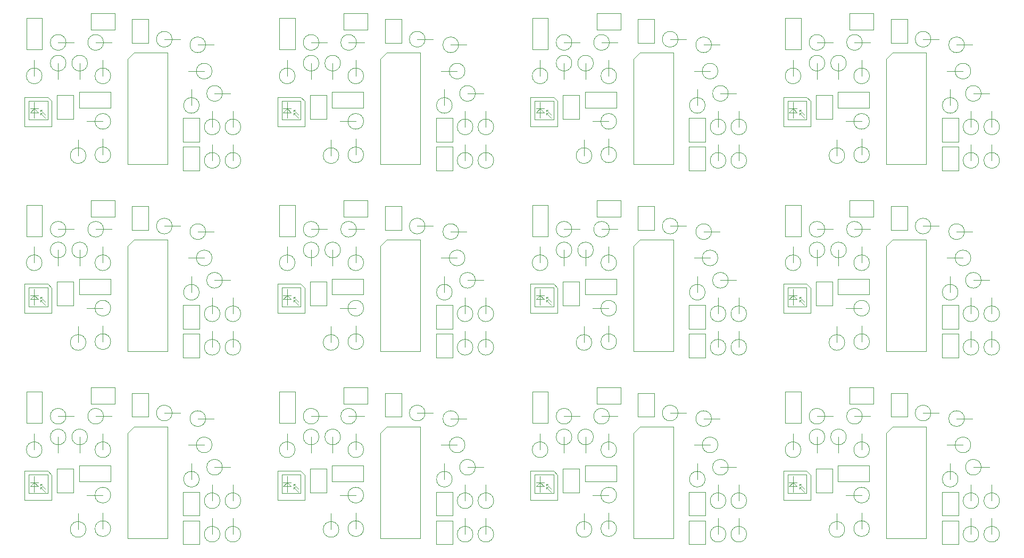
<source format=gbr>
G04 #@! TF.FileFunction,Other,Fab,Top*
%FSLAX46Y46*%
G04 Gerber Fmt 4.6, Leading zero omitted, Abs format (unit mm)*
G04 Created by KiCad (PCBNEW 4.0.6-e0-6349~53~ubuntu16.04.1) date Sat Mar 11 21:42:00 2017*
%MOMM*%
%LPD*%
G01*
G04 APERTURE LIST*
%ADD10C,0.100000*%
G04 APERTURE END LIST*
D10*
X142899920Y-87729300D02*
X140299920Y-87729300D01*
X140299920Y-87729300D02*
X140299920Y-91529300D01*
X140299920Y-91529300D02*
X142899920Y-91529300D01*
X142899920Y-91529300D02*
X142899920Y-87729300D01*
X135396920Y-80485300D02*
X137896920Y-80485300D01*
X137896920Y-80485300D02*
X137896920Y-75485300D01*
X137896920Y-75485300D02*
X135396920Y-75485300D01*
X135396920Y-75485300D02*
X135396920Y-80485300D01*
X143778920Y-87256300D02*
X143778920Y-89756300D01*
X143778920Y-89756300D02*
X148778920Y-89756300D01*
X148778920Y-89756300D02*
X148778920Y-87256300D01*
X148778920Y-87256300D02*
X143778920Y-87256300D01*
X164947920Y-83934300D02*
G75*
G03X164947920Y-83934300I-1250000J0D01*
G01*
X163697920Y-83934300D02*
X161157920Y-83934300D01*
X163931920Y-79743300D02*
G75*
G03X163931920Y-79743300I-1250000J0D01*
G01*
X162681920Y-79743300D02*
X165221920Y-79743300D01*
X158597920Y-78854300D02*
G75*
G03X158597920Y-78854300I-1250000J0D01*
G01*
X157347920Y-78854300D02*
X159887920Y-78854300D01*
X166598920Y-87490300D02*
G75*
G03X166598920Y-87490300I-1250000J0D01*
G01*
X165348920Y-87490300D02*
X167888920Y-87490300D01*
X166217920Y-98158300D02*
G75*
G03X166217920Y-98158300I-1250000J0D01*
G01*
X164967920Y-98158300D02*
X164967920Y-95618300D01*
X169519920Y-92824300D02*
G75*
G03X169519920Y-92824300I-1250000J0D01*
G01*
X168269920Y-92824300D02*
X168269920Y-90284300D01*
X162915920Y-89395300D02*
G75*
G03X162915920Y-89395300I-1250000J0D01*
G01*
X161665920Y-89395300D02*
X161665920Y-86855300D01*
X166217920Y-92824300D02*
G75*
G03X166217920Y-92824300I-1250000J0D01*
G01*
X164967920Y-92824300D02*
X164967920Y-90284300D01*
X169519920Y-98158300D02*
G75*
G03X169519920Y-98158300I-1250000J0D01*
G01*
X168269920Y-98158300D02*
X168269920Y-95618300D01*
X148818920Y-97269300D02*
G75*
G03X148818920Y-97269300I-1250000J0D01*
G01*
X147568920Y-97269300D02*
X147568920Y-94729300D01*
X144881920Y-97396300D02*
G75*
G03X144881920Y-97396300I-1250000J0D01*
G01*
X143631920Y-97396300D02*
X143631920Y-94856300D01*
X148818920Y-91935300D02*
G75*
G03X148818920Y-91935300I-1250000J0D01*
G01*
X147568920Y-91935300D02*
X145028920Y-91935300D01*
X148818920Y-84696300D02*
G75*
G03X148818920Y-84696300I-1250000J0D01*
G01*
X147568920Y-84696300D02*
X147568920Y-82156300D01*
X145135920Y-82664300D02*
G75*
G03X145135920Y-82664300I-1250000J0D01*
G01*
X143885920Y-82664300D02*
X143885920Y-85204300D01*
X147675920Y-79362300D02*
G75*
G03X147675920Y-79362300I-1250000J0D01*
G01*
X146425920Y-79362300D02*
X148965920Y-79362300D01*
X141706920Y-79362300D02*
G75*
G03X141706920Y-79362300I-1250000J0D01*
G01*
X140456920Y-79362300D02*
X142996920Y-79362300D01*
X137896920Y-84696300D02*
G75*
G03X137896920Y-84696300I-1250000J0D01*
G01*
X136646920Y-84696300D02*
X136646920Y-82156300D01*
X141706920Y-82664300D02*
G75*
G03X141706920Y-82664300I-1250000J0D01*
G01*
X140456920Y-82664300D02*
X140456920Y-85204300D01*
X152505920Y-81013300D02*
X157855920Y-81013300D01*
X157855920Y-81013300D02*
X157855920Y-98793300D01*
X157855920Y-98793300D02*
X151505920Y-98793300D01*
X151505920Y-98793300D02*
X151505920Y-82013300D01*
X151505920Y-82013300D02*
X152505920Y-81013300D01*
X135781920Y-91661300D02*
X138781920Y-91661300D01*
X138781920Y-88661300D02*
X135781920Y-88661300D01*
X139431920Y-92711300D02*
X135131920Y-92711300D01*
X135131920Y-92711300D02*
X135131920Y-88061300D01*
X135131920Y-88061300D02*
X138781920Y-88061300D01*
X138781920Y-88061300D02*
X139431920Y-88711300D01*
X139431920Y-88711300D02*
X139431920Y-92711300D01*
X135781920Y-88661300D02*
X135781920Y-91661300D01*
X138781920Y-91661300D02*
X138781920Y-88661300D01*
X137661920Y-90661300D02*
X137661920Y-90921300D01*
X137661920Y-90661300D02*
X137921920Y-90661300D01*
X137661920Y-90161300D02*
X137661920Y-90411300D01*
X137661920Y-90161300D02*
X137921920Y-90161300D01*
X138421920Y-90921300D02*
X137661920Y-90161300D01*
X138421920Y-91431300D02*
X137661920Y-90661300D01*
X136641920Y-89901300D02*
X137281920Y-90541300D01*
X137281920Y-90541300D02*
X136011920Y-90541300D01*
X136011920Y-90541300D02*
X136641920Y-89901300D01*
X137281920Y-89901300D02*
X136011920Y-89901300D01*
X136641920Y-88891300D02*
X136641920Y-91431300D01*
X162965920Y-91412300D02*
X160365920Y-91412300D01*
X160365920Y-91412300D02*
X160365920Y-95212300D01*
X160365920Y-95212300D02*
X162965920Y-95212300D01*
X162965920Y-95212300D02*
X162965920Y-91412300D01*
X154837920Y-75664300D02*
X152237920Y-75664300D01*
X152237920Y-75664300D02*
X152237920Y-79464300D01*
X152237920Y-79464300D02*
X154837920Y-79464300D01*
X154837920Y-79464300D02*
X154837920Y-75664300D01*
X145648920Y-74760300D02*
X145648920Y-77360300D01*
X145648920Y-77360300D02*
X149448920Y-77360300D01*
X149448920Y-77360300D02*
X149448920Y-74760300D01*
X149448920Y-74760300D02*
X145648920Y-74760300D01*
X162965920Y-95984300D02*
X160365920Y-95984300D01*
X160365920Y-95984300D02*
X160365920Y-99784300D01*
X160365920Y-99784300D02*
X162965920Y-99784300D01*
X162965920Y-99784300D02*
X162965920Y-95984300D01*
X122709460Y-95984300D02*
X120109460Y-95984300D01*
X120109460Y-95984300D02*
X120109460Y-99784300D01*
X120109460Y-99784300D02*
X122709460Y-99784300D01*
X122709460Y-99784300D02*
X122709460Y-95984300D01*
X105392460Y-74760300D02*
X105392460Y-77360300D01*
X105392460Y-77360300D02*
X109192460Y-77360300D01*
X109192460Y-77360300D02*
X109192460Y-74760300D01*
X109192460Y-74760300D02*
X105392460Y-74760300D01*
X114581460Y-75664300D02*
X111981460Y-75664300D01*
X111981460Y-75664300D02*
X111981460Y-79464300D01*
X111981460Y-79464300D02*
X114581460Y-79464300D01*
X114581460Y-79464300D02*
X114581460Y-75664300D01*
X122709460Y-91412300D02*
X120109460Y-91412300D01*
X120109460Y-91412300D02*
X120109460Y-95212300D01*
X120109460Y-95212300D02*
X122709460Y-95212300D01*
X122709460Y-95212300D02*
X122709460Y-91412300D01*
X95525460Y-91661300D02*
X98525460Y-91661300D01*
X98525460Y-88661300D02*
X95525460Y-88661300D01*
X99175460Y-92711300D02*
X94875460Y-92711300D01*
X94875460Y-92711300D02*
X94875460Y-88061300D01*
X94875460Y-88061300D02*
X98525460Y-88061300D01*
X98525460Y-88061300D02*
X99175460Y-88711300D01*
X99175460Y-88711300D02*
X99175460Y-92711300D01*
X95525460Y-88661300D02*
X95525460Y-91661300D01*
X98525460Y-91661300D02*
X98525460Y-88661300D01*
X97405460Y-90661300D02*
X97405460Y-90921300D01*
X97405460Y-90661300D02*
X97665460Y-90661300D01*
X97405460Y-90161300D02*
X97405460Y-90411300D01*
X97405460Y-90161300D02*
X97665460Y-90161300D01*
X98165460Y-90921300D02*
X97405460Y-90161300D01*
X98165460Y-91431300D02*
X97405460Y-90661300D01*
X96385460Y-89901300D02*
X97025460Y-90541300D01*
X97025460Y-90541300D02*
X95755460Y-90541300D01*
X95755460Y-90541300D02*
X96385460Y-89901300D01*
X97025460Y-89901300D02*
X95755460Y-89901300D01*
X96385460Y-88891300D02*
X96385460Y-91431300D01*
X112249460Y-81013300D02*
X117599460Y-81013300D01*
X117599460Y-81013300D02*
X117599460Y-98793300D01*
X117599460Y-98793300D02*
X111249460Y-98793300D01*
X111249460Y-98793300D02*
X111249460Y-82013300D01*
X111249460Y-82013300D02*
X112249460Y-81013300D01*
X101450460Y-82664300D02*
G75*
G03X101450460Y-82664300I-1250000J0D01*
G01*
X100200460Y-82664300D02*
X100200460Y-85204300D01*
X97640460Y-84696300D02*
G75*
G03X97640460Y-84696300I-1250000J0D01*
G01*
X96390460Y-84696300D02*
X96390460Y-82156300D01*
X101450460Y-79362300D02*
G75*
G03X101450460Y-79362300I-1250000J0D01*
G01*
X100200460Y-79362300D02*
X102740460Y-79362300D01*
X107419460Y-79362300D02*
G75*
G03X107419460Y-79362300I-1250000J0D01*
G01*
X106169460Y-79362300D02*
X108709460Y-79362300D01*
X104879460Y-82664300D02*
G75*
G03X104879460Y-82664300I-1250000J0D01*
G01*
X103629460Y-82664300D02*
X103629460Y-85204300D01*
X108562460Y-84696300D02*
G75*
G03X108562460Y-84696300I-1250000J0D01*
G01*
X107312460Y-84696300D02*
X107312460Y-82156300D01*
X108562460Y-91935300D02*
G75*
G03X108562460Y-91935300I-1250000J0D01*
G01*
X107312460Y-91935300D02*
X104772460Y-91935300D01*
X104625460Y-97396300D02*
G75*
G03X104625460Y-97396300I-1250000J0D01*
G01*
X103375460Y-97396300D02*
X103375460Y-94856300D01*
X108562460Y-97269300D02*
G75*
G03X108562460Y-97269300I-1250000J0D01*
G01*
X107312460Y-97269300D02*
X107312460Y-94729300D01*
X129263460Y-98158300D02*
G75*
G03X129263460Y-98158300I-1250000J0D01*
G01*
X128013460Y-98158300D02*
X128013460Y-95618300D01*
X125961460Y-92824300D02*
G75*
G03X125961460Y-92824300I-1250000J0D01*
G01*
X124711460Y-92824300D02*
X124711460Y-90284300D01*
X122659460Y-89395300D02*
G75*
G03X122659460Y-89395300I-1250000J0D01*
G01*
X121409460Y-89395300D02*
X121409460Y-86855300D01*
X129263460Y-92824300D02*
G75*
G03X129263460Y-92824300I-1250000J0D01*
G01*
X128013460Y-92824300D02*
X128013460Y-90284300D01*
X125961460Y-98158300D02*
G75*
G03X125961460Y-98158300I-1250000J0D01*
G01*
X124711460Y-98158300D02*
X124711460Y-95618300D01*
X126342460Y-87490300D02*
G75*
G03X126342460Y-87490300I-1250000J0D01*
G01*
X125092460Y-87490300D02*
X127632460Y-87490300D01*
X118341460Y-78854300D02*
G75*
G03X118341460Y-78854300I-1250000J0D01*
G01*
X117091460Y-78854300D02*
X119631460Y-78854300D01*
X123675460Y-79743300D02*
G75*
G03X123675460Y-79743300I-1250000J0D01*
G01*
X122425460Y-79743300D02*
X124965460Y-79743300D01*
X124691460Y-83934300D02*
G75*
G03X124691460Y-83934300I-1250000J0D01*
G01*
X123441460Y-83934300D02*
X120901460Y-83934300D01*
X103522460Y-87256300D02*
X103522460Y-89756300D01*
X103522460Y-89756300D02*
X108522460Y-89756300D01*
X108522460Y-89756300D02*
X108522460Y-87256300D01*
X108522460Y-87256300D02*
X103522460Y-87256300D01*
X95140460Y-80485300D02*
X97640460Y-80485300D01*
X97640460Y-80485300D02*
X97640460Y-75485300D01*
X97640460Y-75485300D02*
X95140460Y-75485300D01*
X95140460Y-75485300D02*
X95140460Y-80485300D01*
X102643460Y-87729300D02*
X100043460Y-87729300D01*
X100043460Y-87729300D02*
X100043460Y-91529300D01*
X100043460Y-91529300D02*
X102643460Y-91529300D01*
X102643460Y-91529300D02*
X102643460Y-87729300D01*
X62387000Y-87729300D02*
X59787000Y-87729300D01*
X59787000Y-87729300D02*
X59787000Y-91529300D01*
X59787000Y-91529300D02*
X62387000Y-91529300D01*
X62387000Y-91529300D02*
X62387000Y-87729300D01*
X54884000Y-80485300D02*
X57384000Y-80485300D01*
X57384000Y-80485300D02*
X57384000Y-75485300D01*
X57384000Y-75485300D02*
X54884000Y-75485300D01*
X54884000Y-75485300D02*
X54884000Y-80485300D01*
X63266000Y-87256300D02*
X63266000Y-89756300D01*
X63266000Y-89756300D02*
X68266000Y-89756300D01*
X68266000Y-89756300D02*
X68266000Y-87256300D01*
X68266000Y-87256300D02*
X63266000Y-87256300D01*
X84435000Y-83934300D02*
G75*
G03X84435000Y-83934300I-1250000J0D01*
G01*
X83185000Y-83934300D02*
X80645000Y-83934300D01*
X83419000Y-79743300D02*
G75*
G03X83419000Y-79743300I-1250000J0D01*
G01*
X82169000Y-79743300D02*
X84709000Y-79743300D01*
X78085000Y-78854300D02*
G75*
G03X78085000Y-78854300I-1250000J0D01*
G01*
X76835000Y-78854300D02*
X79375000Y-78854300D01*
X86086000Y-87490300D02*
G75*
G03X86086000Y-87490300I-1250000J0D01*
G01*
X84836000Y-87490300D02*
X87376000Y-87490300D01*
X85705000Y-98158300D02*
G75*
G03X85705000Y-98158300I-1250000J0D01*
G01*
X84455000Y-98158300D02*
X84455000Y-95618300D01*
X89007000Y-92824300D02*
G75*
G03X89007000Y-92824300I-1250000J0D01*
G01*
X87757000Y-92824300D02*
X87757000Y-90284300D01*
X82403000Y-89395300D02*
G75*
G03X82403000Y-89395300I-1250000J0D01*
G01*
X81153000Y-89395300D02*
X81153000Y-86855300D01*
X85705000Y-92824300D02*
G75*
G03X85705000Y-92824300I-1250000J0D01*
G01*
X84455000Y-92824300D02*
X84455000Y-90284300D01*
X89007000Y-98158300D02*
G75*
G03X89007000Y-98158300I-1250000J0D01*
G01*
X87757000Y-98158300D02*
X87757000Y-95618300D01*
X68306000Y-97269300D02*
G75*
G03X68306000Y-97269300I-1250000J0D01*
G01*
X67056000Y-97269300D02*
X67056000Y-94729300D01*
X64369000Y-97396300D02*
G75*
G03X64369000Y-97396300I-1250000J0D01*
G01*
X63119000Y-97396300D02*
X63119000Y-94856300D01*
X68306000Y-91935300D02*
G75*
G03X68306000Y-91935300I-1250000J0D01*
G01*
X67056000Y-91935300D02*
X64516000Y-91935300D01*
X68306000Y-84696300D02*
G75*
G03X68306000Y-84696300I-1250000J0D01*
G01*
X67056000Y-84696300D02*
X67056000Y-82156300D01*
X64623000Y-82664300D02*
G75*
G03X64623000Y-82664300I-1250000J0D01*
G01*
X63373000Y-82664300D02*
X63373000Y-85204300D01*
X67163000Y-79362300D02*
G75*
G03X67163000Y-79362300I-1250000J0D01*
G01*
X65913000Y-79362300D02*
X68453000Y-79362300D01*
X61194000Y-79362300D02*
G75*
G03X61194000Y-79362300I-1250000J0D01*
G01*
X59944000Y-79362300D02*
X62484000Y-79362300D01*
X57384000Y-84696300D02*
G75*
G03X57384000Y-84696300I-1250000J0D01*
G01*
X56134000Y-84696300D02*
X56134000Y-82156300D01*
X61194000Y-82664300D02*
G75*
G03X61194000Y-82664300I-1250000J0D01*
G01*
X59944000Y-82664300D02*
X59944000Y-85204300D01*
X71993000Y-81013300D02*
X77343000Y-81013300D01*
X77343000Y-81013300D02*
X77343000Y-98793300D01*
X77343000Y-98793300D02*
X70993000Y-98793300D01*
X70993000Y-98793300D02*
X70993000Y-82013300D01*
X70993000Y-82013300D02*
X71993000Y-81013300D01*
X55269000Y-91661300D02*
X58269000Y-91661300D01*
X58269000Y-88661300D02*
X55269000Y-88661300D01*
X58919000Y-92711300D02*
X54619000Y-92711300D01*
X54619000Y-92711300D02*
X54619000Y-88061300D01*
X54619000Y-88061300D02*
X58269000Y-88061300D01*
X58269000Y-88061300D02*
X58919000Y-88711300D01*
X58919000Y-88711300D02*
X58919000Y-92711300D01*
X55269000Y-88661300D02*
X55269000Y-91661300D01*
X58269000Y-91661300D02*
X58269000Y-88661300D01*
X57149000Y-90661300D02*
X57149000Y-90921300D01*
X57149000Y-90661300D02*
X57409000Y-90661300D01*
X57149000Y-90161300D02*
X57149000Y-90411300D01*
X57149000Y-90161300D02*
X57409000Y-90161300D01*
X57909000Y-90921300D02*
X57149000Y-90161300D01*
X57909000Y-91431300D02*
X57149000Y-90661300D01*
X56129000Y-89901300D02*
X56769000Y-90541300D01*
X56769000Y-90541300D02*
X55499000Y-90541300D01*
X55499000Y-90541300D02*
X56129000Y-89901300D01*
X56769000Y-89901300D02*
X55499000Y-89901300D01*
X56129000Y-88891300D02*
X56129000Y-91431300D01*
X82453000Y-91412300D02*
X79853000Y-91412300D01*
X79853000Y-91412300D02*
X79853000Y-95212300D01*
X79853000Y-95212300D02*
X82453000Y-95212300D01*
X82453000Y-95212300D02*
X82453000Y-91412300D01*
X74325000Y-75664300D02*
X71725000Y-75664300D01*
X71725000Y-75664300D02*
X71725000Y-79464300D01*
X71725000Y-79464300D02*
X74325000Y-79464300D01*
X74325000Y-79464300D02*
X74325000Y-75664300D01*
X65136000Y-74760300D02*
X65136000Y-77360300D01*
X65136000Y-77360300D02*
X68936000Y-77360300D01*
X68936000Y-77360300D02*
X68936000Y-74760300D01*
X68936000Y-74760300D02*
X65136000Y-74760300D01*
X82453000Y-95984300D02*
X79853000Y-95984300D01*
X79853000Y-95984300D02*
X79853000Y-99784300D01*
X79853000Y-99784300D02*
X82453000Y-99784300D01*
X82453000Y-99784300D02*
X82453000Y-95984300D01*
X42194000Y-95984300D02*
X39594000Y-95984300D01*
X39594000Y-95984300D02*
X39594000Y-99784300D01*
X39594000Y-99784300D02*
X42194000Y-99784300D01*
X42194000Y-99784300D02*
X42194000Y-95984300D01*
X24877000Y-74760300D02*
X24877000Y-77360300D01*
X24877000Y-77360300D02*
X28677000Y-77360300D01*
X28677000Y-77360300D02*
X28677000Y-74760300D01*
X28677000Y-74760300D02*
X24877000Y-74760300D01*
X34066000Y-75664300D02*
X31466000Y-75664300D01*
X31466000Y-75664300D02*
X31466000Y-79464300D01*
X31466000Y-79464300D02*
X34066000Y-79464300D01*
X34066000Y-79464300D02*
X34066000Y-75664300D01*
X42194000Y-91412300D02*
X39594000Y-91412300D01*
X39594000Y-91412300D02*
X39594000Y-95212300D01*
X39594000Y-95212300D02*
X42194000Y-95212300D01*
X42194000Y-95212300D02*
X42194000Y-91412300D01*
X15010000Y-91661300D02*
X18010000Y-91661300D01*
X18010000Y-88661300D02*
X15010000Y-88661300D01*
X18660000Y-92711300D02*
X14360000Y-92711300D01*
X14360000Y-92711300D02*
X14360000Y-88061300D01*
X14360000Y-88061300D02*
X18010000Y-88061300D01*
X18010000Y-88061300D02*
X18660000Y-88711300D01*
X18660000Y-88711300D02*
X18660000Y-92711300D01*
X15010000Y-88661300D02*
X15010000Y-91661300D01*
X18010000Y-91661300D02*
X18010000Y-88661300D01*
X16890000Y-90661300D02*
X16890000Y-90921300D01*
X16890000Y-90661300D02*
X17150000Y-90661300D01*
X16890000Y-90161300D02*
X16890000Y-90411300D01*
X16890000Y-90161300D02*
X17150000Y-90161300D01*
X17650000Y-90921300D02*
X16890000Y-90161300D01*
X17650000Y-91431300D02*
X16890000Y-90661300D01*
X15870000Y-89901300D02*
X16510000Y-90541300D01*
X16510000Y-90541300D02*
X15240000Y-90541300D01*
X15240000Y-90541300D02*
X15870000Y-89901300D01*
X16510000Y-89901300D02*
X15240000Y-89901300D01*
X15870000Y-88891300D02*
X15870000Y-91431300D01*
X31734000Y-81013300D02*
X37084000Y-81013300D01*
X37084000Y-81013300D02*
X37084000Y-98793300D01*
X37084000Y-98793300D02*
X30734000Y-98793300D01*
X30734000Y-98793300D02*
X30734000Y-82013300D01*
X30734000Y-82013300D02*
X31734000Y-81013300D01*
X20935000Y-82664300D02*
G75*
G03X20935000Y-82664300I-1250000J0D01*
G01*
X19685000Y-82664300D02*
X19685000Y-85204300D01*
X17125000Y-84696300D02*
G75*
G03X17125000Y-84696300I-1250000J0D01*
G01*
X15875000Y-84696300D02*
X15875000Y-82156300D01*
X20935000Y-79362300D02*
G75*
G03X20935000Y-79362300I-1250000J0D01*
G01*
X19685000Y-79362300D02*
X22225000Y-79362300D01*
X26904000Y-79362300D02*
G75*
G03X26904000Y-79362300I-1250000J0D01*
G01*
X25654000Y-79362300D02*
X28194000Y-79362300D01*
X24364000Y-82664300D02*
G75*
G03X24364000Y-82664300I-1250000J0D01*
G01*
X23114000Y-82664300D02*
X23114000Y-85204300D01*
X28047000Y-84696300D02*
G75*
G03X28047000Y-84696300I-1250000J0D01*
G01*
X26797000Y-84696300D02*
X26797000Y-82156300D01*
X28047000Y-91935300D02*
G75*
G03X28047000Y-91935300I-1250000J0D01*
G01*
X26797000Y-91935300D02*
X24257000Y-91935300D01*
X24110000Y-97396300D02*
G75*
G03X24110000Y-97396300I-1250000J0D01*
G01*
X22860000Y-97396300D02*
X22860000Y-94856300D01*
X28047000Y-97269300D02*
G75*
G03X28047000Y-97269300I-1250000J0D01*
G01*
X26797000Y-97269300D02*
X26797000Y-94729300D01*
X48748000Y-98158300D02*
G75*
G03X48748000Y-98158300I-1250000J0D01*
G01*
X47498000Y-98158300D02*
X47498000Y-95618300D01*
X45446000Y-92824300D02*
G75*
G03X45446000Y-92824300I-1250000J0D01*
G01*
X44196000Y-92824300D02*
X44196000Y-90284300D01*
X42144000Y-89395300D02*
G75*
G03X42144000Y-89395300I-1250000J0D01*
G01*
X40894000Y-89395300D02*
X40894000Y-86855300D01*
X48748000Y-92824300D02*
G75*
G03X48748000Y-92824300I-1250000J0D01*
G01*
X47498000Y-92824300D02*
X47498000Y-90284300D01*
X45446000Y-98158300D02*
G75*
G03X45446000Y-98158300I-1250000J0D01*
G01*
X44196000Y-98158300D02*
X44196000Y-95618300D01*
X45827000Y-87490300D02*
G75*
G03X45827000Y-87490300I-1250000J0D01*
G01*
X44577000Y-87490300D02*
X47117000Y-87490300D01*
X37826000Y-78854300D02*
G75*
G03X37826000Y-78854300I-1250000J0D01*
G01*
X36576000Y-78854300D02*
X39116000Y-78854300D01*
X43160000Y-79743300D02*
G75*
G03X43160000Y-79743300I-1250000J0D01*
G01*
X41910000Y-79743300D02*
X44450000Y-79743300D01*
X44176000Y-83934300D02*
G75*
G03X44176000Y-83934300I-1250000J0D01*
G01*
X42926000Y-83934300D02*
X40386000Y-83934300D01*
X23007000Y-87256300D02*
X23007000Y-89756300D01*
X23007000Y-89756300D02*
X28007000Y-89756300D01*
X28007000Y-89756300D02*
X28007000Y-87256300D01*
X28007000Y-87256300D02*
X23007000Y-87256300D01*
X14625000Y-80485300D02*
X17125000Y-80485300D01*
X17125000Y-80485300D02*
X17125000Y-75485300D01*
X17125000Y-75485300D02*
X14625000Y-75485300D01*
X14625000Y-75485300D02*
X14625000Y-80485300D01*
X22128000Y-87729300D02*
X19528000Y-87729300D01*
X19528000Y-87729300D02*
X19528000Y-91529300D01*
X19528000Y-91529300D02*
X22128000Y-91529300D01*
X22128000Y-91529300D02*
X22128000Y-87729300D01*
X22128000Y-57942720D02*
X19528000Y-57942720D01*
X19528000Y-57942720D02*
X19528000Y-61742720D01*
X19528000Y-61742720D02*
X22128000Y-61742720D01*
X22128000Y-61742720D02*
X22128000Y-57942720D01*
X14625000Y-50698720D02*
X17125000Y-50698720D01*
X17125000Y-50698720D02*
X17125000Y-45698720D01*
X17125000Y-45698720D02*
X14625000Y-45698720D01*
X14625000Y-45698720D02*
X14625000Y-50698720D01*
X23007000Y-57469720D02*
X23007000Y-59969720D01*
X23007000Y-59969720D02*
X28007000Y-59969720D01*
X28007000Y-59969720D02*
X28007000Y-57469720D01*
X28007000Y-57469720D02*
X23007000Y-57469720D01*
X44176000Y-54147720D02*
G75*
G03X44176000Y-54147720I-1250000J0D01*
G01*
X42926000Y-54147720D02*
X40386000Y-54147720D01*
X43160000Y-49956720D02*
G75*
G03X43160000Y-49956720I-1250000J0D01*
G01*
X41910000Y-49956720D02*
X44450000Y-49956720D01*
X37826000Y-49067720D02*
G75*
G03X37826000Y-49067720I-1250000J0D01*
G01*
X36576000Y-49067720D02*
X39116000Y-49067720D01*
X45827000Y-57703720D02*
G75*
G03X45827000Y-57703720I-1250000J0D01*
G01*
X44577000Y-57703720D02*
X47117000Y-57703720D01*
X45446000Y-68371720D02*
G75*
G03X45446000Y-68371720I-1250000J0D01*
G01*
X44196000Y-68371720D02*
X44196000Y-65831720D01*
X48748000Y-63037720D02*
G75*
G03X48748000Y-63037720I-1250000J0D01*
G01*
X47498000Y-63037720D02*
X47498000Y-60497720D01*
X42144000Y-59608720D02*
G75*
G03X42144000Y-59608720I-1250000J0D01*
G01*
X40894000Y-59608720D02*
X40894000Y-57068720D01*
X45446000Y-63037720D02*
G75*
G03X45446000Y-63037720I-1250000J0D01*
G01*
X44196000Y-63037720D02*
X44196000Y-60497720D01*
X48748000Y-68371720D02*
G75*
G03X48748000Y-68371720I-1250000J0D01*
G01*
X47498000Y-68371720D02*
X47498000Y-65831720D01*
X28047000Y-67482720D02*
G75*
G03X28047000Y-67482720I-1250000J0D01*
G01*
X26797000Y-67482720D02*
X26797000Y-64942720D01*
X24110000Y-67609720D02*
G75*
G03X24110000Y-67609720I-1250000J0D01*
G01*
X22860000Y-67609720D02*
X22860000Y-65069720D01*
X28047000Y-62148720D02*
G75*
G03X28047000Y-62148720I-1250000J0D01*
G01*
X26797000Y-62148720D02*
X24257000Y-62148720D01*
X28047000Y-54909720D02*
G75*
G03X28047000Y-54909720I-1250000J0D01*
G01*
X26797000Y-54909720D02*
X26797000Y-52369720D01*
X24364000Y-52877720D02*
G75*
G03X24364000Y-52877720I-1250000J0D01*
G01*
X23114000Y-52877720D02*
X23114000Y-55417720D01*
X26904000Y-49575720D02*
G75*
G03X26904000Y-49575720I-1250000J0D01*
G01*
X25654000Y-49575720D02*
X28194000Y-49575720D01*
X20935000Y-49575720D02*
G75*
G03X20935000Y-49575720I-1250000J0D01*
G01*
X19685000Y-49575720D02*
X22225000Y-49575720D01*
X17125000Y-54909720D02*
G75*
G03X17125000Y-54909720I-1250000J0D01*
G01*
X15875000Y-54909720D02*
X15875000Y-52369720D01*
X20935000Y-52877720D02*
G75*
G03X20935000Y-52877720I-1250000J0D01*
G01*
X19685000Y-52877720D02*
X19685000Y-55417720D01*
X31734000Y-51226720D02*
X37084000Y-51226720D01*
X37084000Y-51226720D02*
X37084000Y-69006720D01*
X37084000Y-69006720D02*
X30734000Y-69006720D01*
X30734000Y-69006720D02*
X30734000Y-52226720D01*
X30734000Y-52226720D02*
X31734000Y-51226720D01*
X15010000Y-61874720D02*
X18010000Y-61874720D01*
X18010000Y-58874720D02*
X15010000Y-58874720D01*
X18660000Y-62924720D02*
X14360000Y-62924720D01*
X14360000Y-62924720D02*
X14360000Y-58274720D01*
X14360000Y-58274720D02*
X18010000Y-58274720D01*
X18010000Y-58274720D02*
X18660000Y-58924720D01*
X18660000Y-58924720D02*
X18660000Y-62924720D01*
X15010000Y-58874720D02*
X15010000Y-61874720D01*
X18010000Y-61874720D02*
X18010000Y-58874720D01*
X16890000Y-60874720D02*
X16890000Y-61134720D01*
X16890000Y-60874720D02*
X17150000Y-60874720D01*
X16890000Y-60374720D02*
X16890000Y-60624720D01*
X16890000Y-60374720D02*
X17150000Y-60374720D01*
X17650000Y-61134720D02*
X16890000Y-60374720D01*
X17650000Y-61644720D02*
X16890000Y-60874720D01*
X15870000Y-60114720D02*
X16510000Y-60754720D01*
X16510000Y-60754720D02*
X15240000Y-60754720D01*
X15240000Y-60754720D02*
X15870000Y-60114720D01*
X16510000Y-60114720D02*
X15240000Y-60114720D01*
X15870000Y-59104720D02*
X15870000Y-61644720D01*
X42194000Y-61625720D02*
X39594000Y-61625720D01*
X39594000Y-61625720D02*
X39594000Y-65425720D01*
X39594000Y-65425720D02*
X42194000Y-65425720D01*
X42194000Y-65425720D02*
X42194000Y-61625720D01*
X34066000Y-45877720D02*
X31466000Y-45877720D01*
X31466000Y-45877720D02*
X31466000Y-49677720D01*
X31466000Y-49677720D02*
X34066000Y-49677720D01*
X34066000Y-49677720D02*
X34066000Y-45877720D01*
X24877000Y-44973720D02*
X24877000Y-47573720D01*
X24877000Y-47573720D02*
X28677000Y-47573720D01*
X28677000Y-47573720D02*
X28677000Y-44973720D01*
X28677000Y-44973720D02*
X24877000Y-44973720D01*
X42194000Y-66197720D02*
X39594000Y-66197720D01*
X39594000Y-66197720D02*
X39594000Y-69997720D01*
X39594000Y-69997720D02*
X42194000Y-69997720D01*
X42194000Y-69997720D02*
X42194000Y-66197720D01*
X82453000Y-66197720D02*
X79853000Y-66197720D01*
X79853000Y-66197720D02*
X79853000Y-69997720D01*
X79853000Y-69997720D02*
X82453000Y-69997720D01*
X82453000Y-69997720D02*
X82453000Y-66197720D01*
X65136000Y-44973720D02*
X65136000Y-47573720D01*
X65136000Y-47573720D02*
X68936000Y-47573720D01*
X68936000Y-47573720D02*
X68936000Y-44973720D01*
X68936000Y-44973720D02*
X65136000Y-44973720D01*
X74325000Y-45877720D02*
X71725000Y-45877720D01*
X71725000Y-45877720D02*
X71725000Y-49677720D01*
X71725000Y-49677720D02*
X74325000Y-49677720D01*
X74325000Y-49677720D02*
X74325000Y-45877720D01*
X82453000Y-61625720D02*
X79853000Y-61625720D01*
X79853000Y-61625720D02*
X79853000Y-65425720D01*
X79853000Y-65425720D02*
X82453000Y-65425720D01*
X82453000Y-65425720D02*
X82453000Y-61625720D01*
X55269000Y-61874720D02*
X58269000Y-61874720D01*
X58269000Y-58874720D02*
X55269000Y-58874720D01*
X58919000Y-62924720D02*
X54619000Y-62924720D01*
X54619000Y-62924720D02*
X54619000Y-58274720D01*
X54619000Y-58274720D02*
X58269000Y-58274720D01*
X58269000Y-58274720D02*
X58919000Y-58924720D01*
X58919000Y-58924720D02*
X58919000Y-62924720D01*
X55269000Y-58874720D02*
X55269000Y-61874720D01*
X58269000Y-61874720D02*
X58269000Y-58874720D01*
X57149000Y-60874720D02*
X57149000Y-61134720D01*
X57149000Y-60874720D02*
X57409000Y-60874720D01*
X57149000Y-60374720D02*
X57149000Y-60624720D01*
X57149000Y-60374720D02*
X57409000Y-60374720D01*
X57909000Y-61134720D02*
X57149000Y-60374720D01*
X57909000Y-61644720D02*
X57149000Y-60874720D01*
X56129000Y-60114720D02*
X56769000Y-60754720D01*
X56769000Y-60754720D02*
X55499000Y-60754720D01*
X55499000Y-60754720D02*
X56129000Y-60114720D01*
X56769000Y-60114720D02*
X55499000Y-60114720D01*
X56129000Y-59104720D02*
X56129000Y-61644720D01*
X71993000Y-51226720D02*
X77343000Y-51226720D01*
X77343000Y-51226720D02*
X77343000Y-69006720D01*
X77343000Y-69006720D02*
X70993000Y-69006720D01*
X70993000Y-69006720D02*
X70993000Y-52226720D01*
X70993000Y-52226720D02*
X71993000Y-51226720D01*
X61194000Y-52877720D02*
G75*
G03X61194000Y-52877720I-1250000J0D01*
G01*
X59944000Y-52877720D02*
X59944000Y-55417720D01*
X57384000Y-54909720D02*
G75*
G03X57384000Y-54909720I-1250000J0D01*
G01*
X56134000Y-54909720D02*
X56134000Y-52369720D01*
X61194000Y-49575720D02*
G75*
G03X61194000Y-49575720I-1250000J0D01*
G01*
X59944000Y-49575720D02*
X62484000Y-49575720D01*
X67163000Y-49575720D02*
G75*
G03X67163000Y-49575720I-1250000J0D01*
G01*
X65913000Y-49575720D02*
X68453000Y-49575720D01*
X64623000Y-52877720D02*
G75*
G03X64623000Y-52877720I-1250000J0D01*
G01*
X63373000Y-52877720D02*
X63373000Y-55417720D01*
X68306000Y-54909720D02*
G75*
G03X68306000Y-54909720I-1250000J0D01*
G01*
X67056000Y-54909720D02*
X67056000Y-52369720D01*
X68306000Y-62148720D02*
G75*
G03X68306000Y-62148720I-1250000J0D01*
G01*
X67056000Y-62148720D02*
X64516000Y-62148720D01*
X64369000Y-67609720D02*
G75*
G03X64369000Y-67609720I-1250000J0D01*
G01*
X63119000Y-67609720D02*
X63119000Y-65069720D01*
X68306000Y-67482720D02*
G75*
G03X68306000Y-67482720I-1250000J0D01*
G01*
X67056000Y-67482720D02*
X67056000Y-64942720D01*
X89007000Y-68371720D02*
G75*
G03X89007000Y-68371720I-1250000J0D01*
G01*
X87757000Y-68371720D02*
X87757000Y-65831720D01*
X85705000Y-63037720D02*
G75*
G03X85705000Y-63037720I-1250000J0D01*
G01*
X84455000Y-63037720D02*
X84455000Y-60497720D01*
X82403000Y-59608720D02*
G75*
G03X82403000Y-59608720I-1250000J0D01*
G01*
X81153000Y-59608720D02*
X81153000Y-57068720D01*
X89007000Y-63037720D02*
G75*
G03X89007000Y-63037720I-1250000J0D01*
G01*
X87757000Y-63037720D02*
X87757000Y-60497720D01*
X85705000Y-68371720D02*
G75*
G03X85705000Y-68371720I-1250000J0D01*
G01*
X84455000Y-68371720D02*
X84455000Y-65831720D01*
X86086000Y-57703720D02*
G75*
G03X86086000Y-57703720I-1250000J0D01*
G01*
X84836000Y-57703720D02*
X87376000Y-57703720D01*
X78085000Y-49067720D02*
G75*
G03X78085000Y-49067720I-1250000J0D01*
G01*
X76835000Y-49067720D02*
X79375000Y-49067720D01*
X83419000Y-49956720D02*
G75*
G03X83419000Y-49956720I-1250000J0D01*
G01*
X82169000Y-49956720D02*
X84709000Y-49956720D01*
X84435000Y-54147720D02*
G75*
G03X84435000Y-54147720I-1250000J0D01*
G01*
X83185000Y-54147720D02*
X80645000Y-54147720D01*
X63266000Y-57469720D02*
X63266000Y-59969720D01*
X63266000Y-59969720D02*
X68266000Y-59969720D01*
X68266000Y-59969720D02*
X68266000Y-57469720D01*
X68266000Y-57469720D02*
X63266000Y-57469720D01*
X54884000Y-50698720D02*
X57384000Y-50698720D01*
X57384000Y-50698720D02*
X57384000Y-45698720D01*
X57384000Y-45698720D02*
X54884000Y-45698720D01*
X54884000Y-45698720D02*
X54884000Y-50698720D01*
X62387000Y-57942720D02*
X59787000Y-57942720D01*
X59787000Y-57942720D02*
X59787000Y-61742720D01*
X59787000Y-61742720D02*
X62387000Y-61742720D01*
X62387000Y-61742720D02*
X62387000Y-57942720D01*
X102643460Y-57942720D02*
X100043460Y-57942720D01*
X100043460Y-57942720D02*
X100043460Y-61742720D01*
X100043460Y-61742720D02*
X102643460Y-61742720D01*
X102643460Y-61742720D02*
X102643460Y-57942720D01*
X95140460Y-50698720D02*
X97640460Y-50698720D01*
X97640460Y-50698720D02*
X97640460Y-45698720D01*
X97640460Y-45698720D02*
X95140460Y-45698720D01*
X95140460Y-45698720D02*
X95140460Y-50698720D01*
X103522460Y-57469720D02*
X103522460Y-59969720D01*
X103522460Y-59969720D02*
X108522460Y-59969720D01*
X108522460Y-59969720D02*
X108522460Y-57469720D01*
X108522460Y-57469720D02*
X103522460Y-57469720D01*
X124691460Y-54147720D02*
G75*
G03X124691460Y-54147720I-1250000J0D01*
G01*
X123441460Y-54147720D02*
X120901460Y-54147720D01*
X123675460Y-49956720D02*
G75*
G03X123675460Y-49956720I-1250000J0D01*
G01*
X122425460Y-49956720D02*
X124965460Y-49956720D01*
X118341460Y-49067720D02*
G75*
G03X118341460Y-49067720I-1250000J0D01*
G01*
X117091460Y-49067720D02*
X119631460Y-49067720D01*
X126342460Y-57703720D02*
G75*
G03X126342460Y-57703720I-1250000J0D01*
G01*
X125092460Y-57703720D02*
X127632460Y-57703720D01*
X125961460Y-68371720D02*
G75*
G03X125961460Y-68371720I-1250000J0D01*
G01*
X124711460Y-68371720D02*
X124711460Y-65831720D01*
X129263460Y-63037720D02*
G75*
G03X129263460Y-63037720I-1250000J0D01*
G01*
X128013460Y-63037720D02*
X128013460Y-60497720D01*
X122659460Y-59608720D02*
G75*
G03X122659460Y-59608720I-1250000J0D01*
G01*
X121409460Y-59608720D02*
X121409460Y-57068720D01*
X125961460Y-63037720D02*
G75*
G03X125961460Y-63037720I-1250000J0D01*
G01*
X124711460Y-63037720D02*
X124711460Y-60497720D01*
X129263460Y-68371720D02*
G75*
G03X129263460Y-68371720I-1250000J0D01*
G01*
X128013460Y-68371720D02*
X128013460Y-65831720D01*
X108562460Y-67482720D02*
G75*
G03X108562460Y-67482720I-1250000J0D01*
G01*
X107312460Y-67482720D02*
X107312460Y-64942720D01*
X104625460Y-67609720D02*
G75*
G03X104625460Y-67609720I-1250000J0D01*
G01*
X103375460Y-67609720D02*
X103375460Y-65069720D01*
X108562460Y-62148720D02*
G75*
G03X108562460Y-62148720I-1250000J0D01*
G01*
X107312460Y-62148720D02*
X104772460Y-62148720D01*
X108562460Y-54909720D02*
G75*
G03X108562460Y-54909720I-1250000J0D01*
G01*
X107312460Y-54909720D02*
X107312460Y-52369720D01*
X104879460Y-52877720D02*
G75*
G03X104879460Y-52877720I-1250000J0D01*
G01*
X103629460Y-52877720D02*
X103629460Y-55417720D01*
X107419460Y-49575720D02*
G75*
G03X107419460Y-49575720I-1250000J0D01*
G01*
X106169460Y-49575720D02*
X108709460Y-49575720D01*
X101450460Y-49575720D02*
G75*
G03X101450460Y-49575720I-1250000J0D01*
G01*
X100200460Y-49575720D02*
X102740460Y-49575720D01*
X97640460Y-54909720D02*
G75*
G03X97640460Y-54909720I-1250000J0D01*
G01*
X96390460Y-54909720D02*
X96390460Y-52369720D01*
X101450460Y-52877720D02*
G75*
G03X101450460Y-52877720I-1250000J0D01*
G01*
X100200460Y-52877720D02*
X100200460Y-55417720D01*
X112249460Y-51226720D02*
X117599460Y-51226720D01*
X117599460Y-51226720D02*
X117599460Y-69006720D01*
X117599460Y-69006720D02*
X111249460Y-69006720D01*
X111249460Y-69006720D02*
X111249460Y-52226720D01*
X111249460Y-52226720D02*
X112249460Y-51226720D01*
X95525460Y-61874720D02*
X98525460Y-61874720D01*
X98525460Y-58874720D02*
X95525460Y-58874720D01*
X99175460Y-62924720D02*
X94875460Y-62924720D01*
X94875460Y-62924720D02*
X94875460Y-58274720D01*
X94875460Y-58274720D02*
X98525460Y-58274720D01*
X98525460Y-58274720D02*
X99175460Y-58924720D01*
X99175460Y-58924720D02*
X99175460Y-62924720D01*
X95525460Y-58874720D02*
X95525460Y-61874720D01*
X98525460Y-61874720D02*
X98525460Y-58874720D01*
X97405460Y-60874720D02*
X97405460Y-61134720D01*
X97405460Y-60874720D02*
X97665460Y-60874720D01*
X97405460Y-60374720D02*
X97405460Y-60624720D01*
X97405460Y-60374720D02*
X97665460Y-60374720D01*
X98165460Y-61134720D02*
X97405460Y-60374720D01*
X98165460Y-61644720D02*
X97405460Y-60874720D01*
X96385460Y-60114720D02*
X97025460Y-60754720D01*
X97025460Y-60754720D02*
X95755460Y-60754720D01*
X95755460Y-60754720D02*
X96385460Y-60114720D01*
X97025460Y-60114720D02*
X95755460Y-60114720D01*
X96385460Y-59104720D02*
X96385460Y-61644720D01*
X122709460Y-61625720D02*
X120109460Y-61625720D01*
X120109460Y-61625720D02*
X120109460Y-65425720D01*
X120109460Y-65425720D02*
X122709460Y-65425720D01*
X122709460Y-65425720D02*
X122709460Y-61625720D01*
X114581460Y-45877720D02*
X111981460Y-45877720D01*
X111981460Y-45877720D02*
X111981460Y-49677720D01*
X111981460Y-49677720D02*
X114581460Y-49677720D01*
X114581460Y-49677720D02*
X114581460Y-45877720D01*
X105392460Y-44973720D02*
X105392460Y-47573720D01*
X105392460Y-47573720D02*
X109192460Y-47573720D01*
X109192460Y-47573720D02*
X109192460Y-44973720D01*
X109192460Y-44973720D02*
X105392460Y-44973720D01*
X122709460Y-66197720D02*
X120109460Y-66197720D01*
X120109460Y-66197720D02*
X120109460Y-69997720D01*
X120109460Y-69997720D02*
X122709460Y-69997720D01*
X122709460Y-69997720D02*
X122709460Y-66197720D01*
X162965920Y-66197720D02*
X160365920Y-66197720D01*
X160365920Y-66197720D02*
X160365920Y-69997720D01*
X160365920Y-69997720D02*
X162965920Y-69997720D01*
X162965920Y-69997720D02*
X162965920Y-66197720D01*
X145648920Y-44973720D02*
X145648920Y-47573720D01*
X145648920Y-47573720D02*
X149448920Y-47573720D01*
X149448920Y-47573720D02*
X149448920Y-44973720D01*
X149448920Y-44973720D02*
X145648920Y-44973720D01*
X154837920Y-45877720D02*
X152237920Y-45877720D01*
X152237920Y-45877720D02*
X152237920Y-49677720D01*
X152237920Y-49677720D02*
X154837920Y-49677720D01*
X154837920Y-49677720D02*
X154837920Y-45877720D01*
X162965920Y-61625720D02*
X160365920Y-61625720D01*
X160365920Y-61625720D02*
X160365920Y-65425720D01*
X160365920Y-65425720D02*
X162965920Y-65425720D01*
X162965920Y-65425720D02*
X162965920Y-61625720D01*
X135781920Y-61874720D02*
X138781920Y-61874720D01*
X138781920Y-58874720D02*
X135781920Y-58874720D01*
X139431920Y-62924720D02*
X135131920Y-62924720D01*
X135131920Y-62924720D02*
X135131920Y-58274720D01*
X135131920Y-58274720D02*
X138781920Y-58274720D01*
X138781920Y-58274720D02*
X139431920Y-58924720D01*
X139431920Y-58924720D02*
X139431920Y-62924720D01*
X135781920Y-58874720D02*
X135781920Y-61874720D01*
X138781920Y-61874720D02*
X138781920Y-58874720D01*
X137661920Y-60874720D02*
X137661920Y-61134720D01*
X137661920Y-60874720D02*
X137921920Y-60874720D01*
X137661920Y-60374720D02*
X137661920Y-60624720D01*
X137661920Y-60374720D02*
X137921920Y-60374720D01*
X138421920Y-61134720D02*
X137661920Y-60374720D01*
X138421920Y-61644720D02*
X137661920Y-60874720D01*
X136641920Y-60114720D02*
X137281920Y-60754720D01*
X137281920Y-60754720D02*
X136011920Y-60754720D01*
X136011920Y-60754720D02*
X136641920Y-60114720D01*
X137281920Y-60114720D02*
X136011920Y-60114720D01*
X136641920Y-59104720D02*
X136641920Y-61644720D01*
X152505920Y-51226720D02*
X157855920Y-51226720D01*
X157855920Y-51226720D02*
X157855920Y-69006720D01*
X157855920Y-69006720D02*
X151505920Y-69006720D01*
X151505920Y-69006720D02*
X151505920Y-52226720D01*
X151505920Y-52226720D02*
X152505920Y-51226720D01*
X141706920Y-52877720D02*
G75*
G03X141706920Y-52877720I-1250000J0D01*
G01*
X140456920Y-52877720D02*
X140456920Y-55417720D01*
X137896920Y-54909720D02*
G75*
G03X137896920Y-54909720I-1250000J0D01*
G01*
X136646920Y-54909720D02*
X136646920Y-52369720D01*
X141706920Y-49575720D02*
G75*
G03X141706920Y-49575720I-1250000J0D01*
G01*
X140456920Y-49575720D02*
X142996920Y-49575720D01*
X147675920Y-49575720D02*
G75*
G03X147675920Y-49575720I-1250000J0D01*
G01*
X146425920Y-49575720D02*
X148965920Y-49575720D01*
X145135920Y-52877720D02*
G75*
G03X145135920Y-52877720I-1250000J0D01*
G01*
X143885920Y-52877720D02*
X143885920Y-55417720D01*
X148818920Y-54909720D02*
G75*
G03X148818920Y-54909720I-1250000J0D01*
G01*
X147568920Y-54909720D02*
X147568920Y-52369720D01*
X148818920Y-62148720D02*
G75*
G03X148818920Y-62148720I-1250000J0D01*
G01*
X147568920Y-62148720D02*
X145028920Y-62148720D01*
X144881920Y-67609720D02*
G75*
G03X144881920Y-67609720I-1250000J0D01*
G01*
X143631920Y-67609720D02*
X143631920Y-65069720D01*
X148818920Y-67482720D02*
G75*
G03X148818920Y-67482720I-1250000J0D01*
G01*
X147568920Y-67482720D02*
X147568920Y-64942720D01*
X169519920Y-68371720D02*
G75*
G03X169519920Y-68371720I-1250000J0D01*
G01*
X168269920Y-68371720D02*
X168269920Y-65831720D01*
X166217920Y-63037720D02*
G75*
G03X166217920Y-63037720I-1250000J0D01*
G01*
X164967920Y-63037720D02*
X164967920Y-60497720D01*
X162915920Y-59608720D02*
G75*
G03X162915920Y-59608720I-1250000J0D01*
G01*
X161665920Y-59608720D02*
X161665920Y-57068720D01*
X169519920Y-63037720D02*
G75*
G03X169519920Y-63037720I-1250000J0D01*
G01*
X168269920Y-63037720D02*
X168269920Y-60497720D01*
X166217920Y-68371720D02*
G75*
G03X166217920Y-68371720I-1250000J0D01*
G01*
X164967920Y-68371720D02*
X164967920Y-65831720D01*
X166598920Y-57703720D02*
G75*
G03X166598920Y-57703720I-1250000J0D01*
G01*
X165348920Y-57703720D02*
X167888920Y-57703720D01*
X158597920Y-49067720D02*
G75*
G03X158597920Y-49067720I-1250000J0D01*
G01*
X157347920Y-49067720D02*
X159887920Y-49067720D01*
X163931920Y-49956720D02*
G75*
G03X163931920Y-49956720I-1250000J0D01*
G01*
X162681920Y-49956720D02*
X165221920Y-49956720D01*
X164947920Y-54147720D02*
G75*
G03X164947920Y-54147720I-1250000J0D01*
G01*
X163697920Y-54147720D02*
X161157920Y-54147720D01*
X143778920Y-57469720D02*
X143778920Y-59969720D01*
X143778920Y-59969720D02*
X148778920Y-59969720D01*
X148778920Y-59969720D02*
X148778920Y-57469720D01*
X148778920Y-57469720D02*
X143778920Y-57469720D01*
X135396920Y-50698720D02*
X137896920Y-50698720D01*
X137896920Y-50698720D02*
X137896920Y-45698720D01*
X137896920Y-45698720D02*
X135396920Y-45698720D01*
X135396920Y-45698720D02*
X135396920Y-50698720D01*
X142899920Y-57942720D02*
X140299920Y-57942720D01*
X140299920Y-57942720D02*
X140299920Y-61742720D01*
X140299920Y-61742720D02*
X142899920Y-61742720D01*
X142899920Y-61742720D02*
X142899920Y-57942720D01*
X142899920Y-28179000D02*
X140299920Y-28179000D01*
X140299920Y-28179000D02*
X140299920Y-31979000D01*
X140299920Y-31979000D02*
X142899920Y-31979000D01*
X142899920Y-31979000D02*
X142899920Y-28179000D01*
X135396920Y-20935000D02*
X137896920Y-20935000D01*
X137896920Y-20935000D02*
X137896920Y-15935000D01*
X137896920Y-15935000D02*
X135396920Y-15935000D01*
X135396920Y-15935000D02*
X135396920Y-20935000D01*
X143778920Y-27706000D02*
X143778920Y-30206000D01*
X143778920Y-30206000D02*
X148778920Y-30206000D01*
X148778920Y-30206000D02*
X148778920Y-27706000D01*
X148778920Y-27706000D02*
X143778920Y-27706000D01*
X164947920Y-24384000D02*
G75*
G03X164947920Y-24384000I-1250000J0D01*
G01*
X163697920Y-24384000D02*
X161157920Y-24384000D01*
X163931920Y-20193000D02*
G75*
G03X163931920Y-20193000I-1250000J0D01*
G01*
X162681920Y-20193000D02*
X165221920Y-20193000D01*
X158597920Y-19304000D02*
G75*
G03X158597920Y-19304000I-1250000J0D01*
G01*
X157347920Y-19304000D02*
X159887920Y-19304000D01*
X166598920Y-27940000D02*
G75*
G03X166598920Y-27940000I-1250000J0D01*
G01*
X165348920Y-27940000D02*
X167888920Y-27940000D01*
X166217920Y-38608000D02*
G75*
G03X166217920Y-38608000I-1250000J0D01*
G01*
X164967920Y-38608000D02*
X164967920Y-36068000D01*
X169519920Y-33274000D02*
G75*
G03X169519920Y-33274000I-1250000J0D01*
G01*
X168269920Y-33274000D02*
X168269920Y-30734000D01*
X162915920Y-29845000D02*
G75*
G03X162915920Y-29845000I-1250000J0D01*
G01*
X161665920Y-29845000D02*
X161665920Y-27305000D01*
X166217920Y-33274000D02*
G75*
G03X166217920Y-33274000I-1250000J0D01*
G01*
X164967920Y-33274000D02*
X164967920Y-30734000D01*
X169519920Y-38608000D02*
G75*
G03X169519920Y-38608000I-1250000J0D01*
G01*
X168269920Y-38608000D02*
X168269920Y-36068000D01*
X148818920Y-37719000D02*
G75*
G03X148818920Y-37719000I-1250000J0D01*
G01*
X147568920Y-37719000D02*
X147568920Y-35179000D01*
X144881920Y-37846000D02*
G75*
G03X144881920Y-37846000I-1250000J0D01*
G01*
X143631920Y-37846000D02*
X143631920Y-35306000D01*
X148818920Y-32385000D02*
G75*
G03X148818920Y-32385000I-1250000J0D01*
G01*
X147568920Y-32385000D02*
X145028920Y-32385000D01*
X148818920Y-25146000D02*
G75*
G03X148818920Y-25146000I-1250000J0D01*
G01*
X147568920Y-25146000D02*
X147568920Y-22606000D01*
X145135920Y-23114000D02*
G75*
G03X145135920Y-23114000I-1250000J0D01*
G01*
X143885920Y-23114000D02*
X143885920Y-25654000D01*
X147675920Y-19812000D02*
G75*
G03X147675920Y-19812000I-1250000J0D01*
G01*
X146425920Y-19812000D02*
X148965920Y-19812000D01*
X141706920Y-19812000D02*
G75*
G03X141706920Y-19812000I-1250000J0D01*
G01*
X140456920Y-19812000D02*
X142996920Y-19812000D01*
X137896920Y-25146000D02*
G75*
G03X137896920Y-25146000I-1250000J0D01*
G01*
X136646920Y-25146000D02*
X136646920Y-22606000D01*
X141706920Y-23114000D02*
G75*
G03X141706920Y-23114000I-1250000J0D01*
G01*
X140456920Y-23114000D02*
X140456920Y-25654000D01*
X152505920Y-21463000D02*
X157855920Y-21463000D01*
X157855920Y-21463000D02*
X157855920Y-39243000D01*
X157855920Y-39243000D02*
X151505920Y-39243000D01*
X151505920Y-39243000D02*
X151505920Y-22463000D01*
X151505920Y-22463000D02*
X152505920Y-21463000D01*
X135781920Y-32111000D02*
X138781920Y-32111000D01*
X138781920Y-29111000D02*
X135781920Y-29111000D01*
X139431920Y-33161000D02*
X135131920Y-33161000D01*
X135131920Y-33161000D02*
X135131920Y-28511000D01*
X135131920Y-28511000D02*
X138781920Y-28511000D01*
X138781920Y-28511000D02*
X139431920Y-29161000D01*
X139431920Y-29161000D02*
X139431920Y-33161000D01*
X135781920Y-29111000D02*
X135781920Y-32111000D01*
X138781920Y-32111000D02*
X138781920Y-29111000D01*
X137661920Y-31111000D02*
X137661920Y-31371000D01*
X137661920Y-31111000D02*
X137921920Y-31111000D01*
X137661920Y-30611000D02*
X137661920Y-30861000D01*
X137661920Y-30611000D02*
X137921920Y-30611000D01*
X138421920Y-31371000D02*
X137661920Y-30611000D01*
X138421920Y-31881000D02*
X137661920Y-31111000D01*
X136641920Y-30351000D02*
X137281920Y-30991000D01*
X137281920Y-30991000D02*
X136011920Y-30991000D01*
X136011920Y-30991000D02*
X136641920Y-30351000D01*
X137281920Y-30351000D02*
X136011920Y-30351000D01*
X136641920Y-29341000D02*
X136641920Y-31881000D01*
X162965920Y-31862000D02*
X160365920Y-31862000D01*
X160365920Y-31862000D02*
X160365920Y-35662000D01*
X160365920Y-35662000D02*
X162965920Y-35662000D01*
X162965920Y-35662000D02*
X162965920Y-31862000D01*
X154837920Y-16114000D02*
X152237920Y-16114000D01*
X152237920Y-16114000D02*
X152237920Y-19914000D01*
X152237920Y-19914000D02*
X154837920Y-19914000D01*
X154837920Y-19914000D02*
X154837920Y-16114000D01*
X145648920Y-15210000D02*
X145648920Y-17810000D01*
X145648920Y-17810000D02*
X149448920Y-17810000D01*
X149448920Y-17810000D02*
X149448920Y-15210000D01*
X149448920Y-15210000D02*
X145648920Y-15210000D01*
X162965920Y-36434000D02*
X160365920Y-36434000D01*
X160365920Y-36434000D02*
X160365920Y-40234000D01*
X160365920Y-40234000D02*
X162965920Y-40234000D01*
X162965920Y-40234000D02*
X162965920Y-36434000D01*
X122709460Y-36434000D02*
X120109460Y-36434000D01*
X120109460Y-36434000D02*
X120109460Y-40234000D01*
X120109460Y-40234000D02*
X122709460Y-40234000D01*
X122709460Y-40234000D02*
X122709460Y-36434000D01*
X105392460Y-15210000D02*
X105392460Y-17810000D01*
X105392460Y-17810000D02*
X109192460Y-17810000D01*
X109192460Y-17810000D02*
X109192460Y-15210000D01*
X109192460Y-15210000D02*
X105392460Y-15210000D01*
X114581460Y-16114000D02*
X111981460Y-16114000D01*
X111981460Y-16114000D02*
X111981460Y-19914000D01*
X111981460Y-19914000D02*
X114581460Y-19914000D01*
X114581460Y-19914000D02*
X114581460Y-16114000D01*
X122709460Y-31862000D02*
X120109460Y-31862000D01*
X120109460Y-31862000D02*
X120109460Y-35662000D01*
X120109460Y-35662000D02*
X122709460Y-35662000D01*
X122709460Y-35662000D02*
X122709460Y-31862000D01*
X95525460Y-32111000D02*
X98525460Y-32111000D01*
X98525460Y-29111000D02*
X95525460Y-29111000D01*
X99175460Y-33161000D02*
X94875460Y-33161000D01*
X94875460Y-33161000D02*
X94875460Y-28511000D01*
X94875460Y-28511000D02*
X98525460Y-28511000D01*
X98525460Y-28511000D02*
X99175460Y-29161000D01*
X99175460Y-29161000D02*
X99175460Y-33161000D01*
X95525460Y-29111000D02*
X95525460Y-32111000D01*
X98525460Y-32111000D02*
X98525460Y-29111000D01*
X97405460Y-31111000D02*
X97405460Y-31371000D01*
X97405460Y-31111000D02*
X97665460Y-31111000D01*
X97405460Y-30611000D02*
X97405460Y-30861000D01*
X97405460Y-30611000D02*
X97665460Y-30611000D01*
X98165460Y-31371000D02*
X97405460Y-30611000D01*
X98165460Y-31881000D02*
X97405460Y-31111000D01*
X96385460Y-30351000D02*
X97025460Y-30991000D01*
X97025460Y-30991000D02*
X95755460Y-30991000D01*
X95755460Y-30991000D02*
X96385460Y-30351000D01*
X97025460Y-30351000D02*
X95755460Y-30351000D01*
X96385460Y-29341000D02*
X96385460Y-31881000D01*
X112249460Y-21463000D02*
X117599460Y-21463000D01*
X117599460Y-21463000D02*
X117599460Y-39243000D01*
X117599460Y-39243000D02*
X111249460Y-39243000D01*
X111249460Y-39243000D02*
X111249460Y-22463000D01*
X111249460Y-22463000D02*
X112249460Y-21463000D01*
X101450460Y-23114000D02*
G75*
G03X101450460Y-23114000I-1250000J0D01*
G01*
X100200460Y-23114000D02*
X100200460Y-25654000D01*
X97640460Y-25146000D02*
G75*
G03X97640460Y-25146000I-1250000J0D01*
G01*
X96390460Y-25146000D02*
X96390460Y-22606000D01*
X101450460Y-19812000D02*
G75*
G03X101450460Y-19812000I-1250000J0D01*
G01*
X100200460Y-19812000D02*
X102740460Y-19812000D01*
X107419460Y-19812000D02*
G75*
G03X107419460Y-19812000I-1250000J0D01*
G01*
X106169460Y-19812000D02*
X108709460Y-19812000D01*
X104879460Y-23114000D02*
G75*
G03X104879460Y-23114000I-1250000J0D01*
G01*
X103629460Y-23114000D02*
X103629460Y-25654000D01*
X108562460Y-25146000D02*
G75*
G03X108562460Y-25146000I-1250000J0D01*
G01*
X107312460Y-25146000D02*
X107312460Y-22606000D01*
X108562460Y-32385000D02*
G75*
G03X108562460Y-32385000I-1250000J0D01*
G01*
X107312460Y-32385000D02*
X104772460Y-32385000D01*
X104625460Y-37846000D02*
G75*
G03X104625460Y-37846000I-1250000J0D01*
G01*
X103375460Y-37846000D02*
X103375460Y-35306000D01*
X108562460Y-37719000D02*
G75*
G03X108562460Y-37719000I-1250000J0D01*
G01*
X107312460Y-37719000D02*
X107312460Y-35179000D01*
X129263460Y-38608000D02*
G75*
G03X129263460Y-38608000I-1250000J0D01*
G01*
X128013460Y-38608000D02*
X128013460Y-36068000D01*
X125961460Y-33274000D02*
G75*
G03X125961460Y-33274000I-1250000J0D01*
G01*
X124711460Y-33274000D02*
X124711460Y-30734000D01*
X122659460Y-29845000D02*
G75*
G03X122659460Y-29845000I-1250000J0D01*
G01*
X121409460Y-29845000D02*
X121409460Y-27305000D01*
X129263460Y-33274000D02*
G75*
G03X129263460Y-33274000I-1250000J0D01*
G01*
X128013460Y-33274000D02*
X128013460Y-30734000D01*
X125961460Y-38608000D02*
G75*
G03X125961460Y-38608000I-1250000J0D01*
G01*
X124711460Y-38608000D02*
X124711460Y-36068000D01*
X126342460Y-27940000D02*
G75*
G03X126342460Y-27940000I-1250000J0D01*
G01*
X125092460Y-27940000D02*
X127632460Y-27940000D01*
X118341460Y-19304000D02*
G75*
G03X118341460Y-19304000I-1250000J0D01*
G01*
X117091460Y-19304000D02*
X119631460Y-19304000D01*
X123675460Y-20193000D02*
G75*
G03X123675460Y-20193000I-1250000J0D01*
G01*
X122425460Y-20193000D02*
X124965460Y-20193000D01*
X124691460Y-24384000D02*
G75*
G03X124691460Y-24384000I-1250000J0D01*
G01*
X123441460Y-24384000D02*
X120901460Y-24384000D01*
X103522460Y-27706000D02*
X103522460Y-30206000D01*
X103522460Y-30206000D02*
X108522460Y-30206000D01*
X108522460Y-30206000D02*
X108522460Y-27706000D01*
X108522460Y-27706000D02*
X103522460Y-27706000D01*
X95140460Y-20935000D02*
X97640460Y-20935000D01*
X97640460Y-20935000D02*
X97640460Y-15935000D01*
X97640460Y-15935000D02*
X95140460Y-15935000D01*
X95140460Y-15935000D02*
X95140460Y-20935000D01*
X102643460Y-28179000D02*
X100043460Y-28179000D01*
X100043460Y-28179000D02*
X100043460Y-31979000D01*
X100043460Y-31979000D02*
X102643460Y-31979000D01*
X102643460Y-31979000D02*
X102643460Y-28179000D01*
X62387000Y-28179000D02*
X59787000Y-28179000D01*
X59787000Y-28179000D02*
X59787000Y-31979000D01*
X59787000Y-31979000D02*
X62387000Y-31979000D01*
X62387000Y-31979000D02*
X62387000Y-28179000D01*
X54884000Y-20935000D02*
X57384000Y-20935000D01*
X57384000Y-20935000D02*
X57384000Y-15935000D01*
X57384000Y-15935000D02*
X54884000Y-15935000D01*
X54884000Y-15935000D02*
X54884000Y-20935000D01*
X63266000Y-27706000D02*
X63266000Y-30206000D01*
X63266000Y-30206000D02*
X68266000Y-30206000D01*
X68266000Y-30206000D02*
X68266000Y-27706000D01*
X68266000Y-27706000D02*
X63266000Y-27706000D01*
X84435000Y-24384000D02*
G75*
G03X84435000Y-24384000I-1250000J0D01*
G01*
X83185000Y-24384000D02*
X80645000Y-24384000D01*
X83419000Y-20193000D02*
G75*
G03X83419000Y-20193000I-1250000J0D01*
G01*
X82169000Y-20193000D02*
X84709000Y-20193000D01*
X78085000Y-19304000D02*
G75*
G03X78085000Y-19304000I-1250000J0D01*
G01*
X76835000Y-19304000D02*
X79375000Y-19304000D01*
X86086000Y-27940000D02*
G75*
G03X86086000Y-27940000I-1250000J0D01*
G01*
X84836000Y-27940000D02*
X87376000Y-27940000D01*
X85705000Y-38608000D02*
G75*
G03X85705000Y-38608000I-1250000J0D01*
G01*
X84455000Y-38608000D02*
X84455000Y-36068000D01*
X89007000Y-33274000D02*
G75*
G03X89007000Y-33274000I-1250000J0D01*
G01*
X87757000Y-33274000D02*
X87757000Y-30734000D01*
X82403000Y-29845000D02*
G75*
G03X82403000Y-29845000I-1250000J0D01*
G01*
X81153000Y-29845000D02*
X81153000Y-27305000D01*
X85705000Y-33274000D02*
G75*
G03X85705000Y-33274000I-1250000J0D01*
G01*
X84455000Y-33274000D02*
X84455000Y-30734000D01*
X89007000Y-38608000D02*
G75*
G03X89007000Y-38608000I-1250000J0D01*
G01*
X87757000Y-38608000D02*
X87757000Y-36068000D01*
X68306000Y-37719000D02*
G75*
G03X68306000Y-37719000I-1250000J0D01*
G01*
X67056000Y-37719000D02*
X67056000Y-35179000D01*
X64369000Y-37846000D02*
G75*
G03X64369000Y-37846000I-1250000J0D01*
G01*
X63119000Y-37846000D02*
X63119000Y-35306000D01*
X68306000Y-32385000D02*
G75*
G03X68306000Y-32385000I-1250000J0D01*
G01*
X67056000Y-32385000D02*
X64516000Y-32385000D01*
X68306000Y-25146000D02*
G75*
G03X68306000Y-25146000I-1250000J0D01*
G01*
X67056000Y-25146000D02*
X67056000Y-22606000D01*
X64623000Y-23114000D02*
G75*
G03X64623000Y-23114000I-1250000J0D01*
G01*
X63373000Y-23114000D02*
X63373000Y-25654000D01*
X67163000Y-19812000D02*
G75*
G03X67163000Y-19812000I-1250000J0D01*
G01*
X65913000Y-19812000D02*
X68453000Y-19812000D01*
X61194000Y-19812000D02*
G75*
G03X61194000Y-19812000I-1250000J0D01*
G01*
X59944000Y-19812000D02*
X62484000Y-19812000D01*
X57384000Y-25146000D02*
G75*
G03X57384000Y-25146000I-1250000J0D01*
G01*
X56134000Y-25146000D02*
X56134000Y-22606000D01*
X61194000Y-23114000D02*
G75*
G03X61194000Y-23114000I-1250000J0D01*
G01*
X59944000Y-23114000D02*
X59944000Y-25654000D01*
X71993000Y-21463000D02*
X77343000Y-21463000D01*
X77343000Y-21463000D02*
X77343000Y-39243000D01*
X77343000Y-39243000D02*
X70993000Y-39243000D01*
X70993000Y-39243000D02*
X70993000Y-22463000D01*
X70993000Y-22463000D02*
X71993000Y-21463000D01*
X55269000Y-32111000D02*
X58269000Y-32111000D01*
X58269000Y-29111000D02*
X55269000Y-29111000D01*
X58919000Y-33161000D02*
X54619000Y-33161000D01*
X54619000Y-33161000D02*
X54619000Y-28511000D01*
X54619000Y-28511000D02*
X58269000Y-28511000D01*
X58269000Y-28511000D02*
X58919000Y-29161000D01*
X58919000Y-29161000D02*
X58919000Y-33161000D01*
X55269000Y-29111000D02*
X55269000Y-32111000D01*
X58269000Y-32111000D02*
X58269000Y-29111000D01*
X57149000Y-31111000D02*
X57149000Y-31371000D01*
X57149000Y-31111000D02*
X57409000Y-31111000D01*
X57149000Y-30611000D02*
X57149000Y-30861000D01*
X57149000Y-30611000D02*
X57409000Y-30611000D01*
X57909000Y-31371000D02*
X57149000Y-30611000D01*
X57909000Y-31881000D02*
X57149000Y-31111000D01*
X56129000Y-30351000D02*
X56769000Y-30991000D01*
X56769000Y-30991000D02*
X55499000Y-30991000D01*
X55499000Y-30991000D02*
X56129000Y-30351000D01*
X56769000Y-30351000D02*
X55499000Y-30351000D01*
X56129000Y-29341000D02*
X56129000Y-31881000D01*
X82453000Y-31862000D02*
X79853000Y-31862000D01*
X79853000Y-31862000D02*
X79853000Y-35662000D01*
X79853000Y-35662000D02*
X82453000Y-35662000D01*
X82453000Y-35662000D02*
X82453000Y-31862000D01*
X74325000Y-16114000D02*
X71725000Y-16114000D01*
X71725000Y-16114000D02*
X71725000Y-19914000D01*
X71725000Y-19914000D02*
X74325000Y-19914000D01*
X74325000Y-19914000D02*
X74325000Y-16114000D01*
X65136000Y-15210000D02*
X65136000Y-17810000D01*
X65136000Y-17810000D02*
X68936000Y-17810000D01*
X68936000Y-17810000D02*
X68936000Y-15210000D01*
X68936000Y-15210000D02*
X65136000Y-15210000D01*
X82453000Y-36434000D02*
X79853000Y-36434000D01*
X79853000Y-36434000D02*
X79853000Y-40234000D01*
X79853000Y-40234000D02*
X82453000Y-40234000D01*
X82453000Y-40234000D02*
X82453000Y-36434000D01*
X42194000Y-36434000D02*
X39594000Y-36434000D01*
X39594000Y-36434000D02*
X39594000Y-40234000D01*
X39594000Y-40234000D02*
X42194000Y-40234000D01*
X42194000Y-40234000D02*
X42194000Y-36434000D01*
X24877000Y-15210000D02*
X24877000Y-17810000D01*
X24877000Y-17810000D02*
X28677000Y-17810000D01*
X28677000Y-17810000D02*
X28677000Y-15210000D01*
X28677000Y-15210000D02*
X24877000Y-15210000D01*
X34066000Y-16114000D02*
X31466000Y-16114000D01*
X31466000Y-16114000D02*
X31466000Y-19914000D01*
X31466000Y-19914000D02*
X34066000Y-19914000D01*
X34066000Y-19914000D02*
X34066000Y-16114000D01*
X42194000Y-31862000D02*
X39594000Y-31862000D01*
X39594000Y-31862000D02*
X39594000Y-35662000D01*
X39594000Y-35662000D02*
X42194000Y-35662000D01*
X42194000Y-35662000D02*
X42194000Y-31862000D01*
X15010000Y-32111000D02*
X18010000Y-32111000D01*
X18010000Y-29111000D02*
X15010000Y-29111000D01*
X18660000Y-33161000D02*
X14360000Y-33161000D01*
X14360000Y-33161000D02*
X14360000Y-28511000D01*
X14360000Y-28511000D02*
X18010000Y-28511000D01*
X18010000Y-28511000D02*
X18660000Y-29161000D01*
X18660000Y-29161000D02*
X18660000Y-33161000D01*
X15010000Y-29111000D02*
X15010000Y-32111000D01*
X18010000Y-32111000D02*
X18010000Y-29111000D01*
X16890000Y-31111000D02*
X16890000Y-31371000D01*
X16890000Y-31111000D02*
X17150000Y-31111000D01*
X16890000Y-30611000D02*
X16890000Y-30861000D01*
X16890000Y-30611000D02*
X17150000Y-30611000D01*
X17650000Y-31371000D02*
X16890000Y-30611000D01*
X17650000Y-31881000D02*
X16890000Y-31111000D01*
X15870000Y-30351000D02*
X16510000Y-30991000D01*
X16510000Y-30991000D02*
X15240000Y-30991000D01*
X15240000Y-30991000D02*
X15870000Y-30351000D01*
X16510000Y-30351000D02*
X15240000Y-30351000D01*
X15870000Y-29341000D02*
X15870000Y-31881000D01*
X31734000Y-21463000D02*
X37084000Y-21463000D01*
X37084000Y-21463000D02*
X37084000Y-39243000D01*
X37084000Y-39243000D02*
X30734000Y-39243000D01*
X30734000Y-39243000D02*
X30734000Y-22463000D01*
X30734000Y-22463000D02*
X31734000Y-21463000D01*
X20935000Y-23114000D02*
G75*
G03X20935000Y-23114000I-1250000J0D01*
G01*
X19685000Y-23114000D02*
X19685000Y-25654000D01*
X17125000Y-25146000D02*
G75*
G03X17125000Y-25146000I-1250000J0D01*
G01*
X15875000Y-25146000D02*
X15875000Y-22606000D01*
X20935000Y-19812000D02*
G75*
G03X20935000Y-19812000I-1250000J0D01*
G01*
X19685000Y-19812000D02*
X22225000Y-19812000D01*
X26904000Y-19812000D02*
G75*
G03X26904000Y-19812000I-1250000J0D01*
G01*
X25654000Y-19812000D02*
X28194000Y-19812000D01*
X24364000Y-23114000D02*
G75*
G03X24364000Y-23114000I-1250000J0D01*
G01*
X23114000Y-23114000D02*
X23114000Y-25654000D01*
X28047000Y-25146000D02*
G75*
G03X28047000Y-25146000I-1250000J0D01*
G01*
X26797000Y-25146000D02*
X26797000Y-22606000D01*
X28047000Y-32385000D02*
G75*
G03X28047000Y-32385000I-1250000J0D01*
G01*
X26797000Y-32385000D02*
X24257000Y-32385000D01*
X24110000Y-37846000D02*
G75*
G03X24110000Y-37846000I-1250000J0D01*
G01*
X22860000Y-37846000D02*
X22860000Y-35306000D01*
X28047000Y-37719000D02*
G75*
G03X28047000Y-37719000I-1250000J0D01*
G01*
X26797000Y-37719000D02*
X26797000Y-35179000D01*
X48748000Y-38608000D02*
G75*
G03X48748000Y-38608000I-1250000J0D01*
G01*
X47498000Y-38608000D02*
X47498000Y-36068000D01*
X45446000Y-33274000D02*
G75*
G03X45446000Y-33274000I-1250000J0D01*
G01*
X44196000Y-33274000D02*
X44196000Y-30734000D01*
X42144000Y-29845000D02*
G75*
G03X42144000Y-29845000I-1250000J0D01*
G01*
X40894000Y-29845000D02*
X40894000Y-27305000D01*
X48748000Y-33274000D02*
G75*
G03X48748000Y-33274000I-1250000J0D01*
G01*
X47498000Y-33274000D02*
X47498000Y-30734000D01*
X45446000Y-38608000D02*
G75*
G03X45446000Y-38608000I-1250000J0D01*
G01*
X44196000Y-38608000D02*
X44196000Y-36068000D01*
X45827000Y-27940000D02*
G75*
G03X45827000Y-27940000I-1250000J0D01*
G01*
X44577000Y-27940000D02*
X47117000Y-27940000D01*
X37826000Y-19304000D02*
G75*
G03X37826000Y-19304000I-1250000J0D01*
G01*
X36576000Y-19304000D02*
X39116000Y-19304000D01*
X43160000Y-20193000D02*
G75*
G03X43160000Y-20193000I-1250000J0D01*
G01*
X41910000Y-20193000D02*
X44450000Y-20193000D01*
X44176000Y-24384000D02*
G75*
G03X44176000Y-24384000I-1250000J0D01*
G01*
X42926000Y-24384000D02*
X40386000Y-24384000D01*
X23007000Y-27706000D02*
X23007000Y-30206000D01*
X23007000Y-30206000D02*
X28007000Y-30206000D01*
X28007000Y-30206000D02*
X28007000Y-27706000D01*
X28007000Y-27706000D02*
X23007000Y-27706000D01*
X14625000Y-20935000D02*
X17125000Y-20935000D01*
X17125000Y-20935000D02*
X17125000Y-15935000D01*
X17125000Y-15935000D02*
X14625000Y-15935000D01*
X14625000Y-15935000D02*
X14625000Y-20935000D01*
X22128000Y-28179000D02*
X19528000Y-28179000D01*
X19528000Y-28179000D02*
X19528000Y-31979000D01*
X19528000Y-31979000D02*
X22128000Y-31979000D01*
X22128000Y-31979000D02*
X22128000Y-28179000D01*
M02*

</source>
